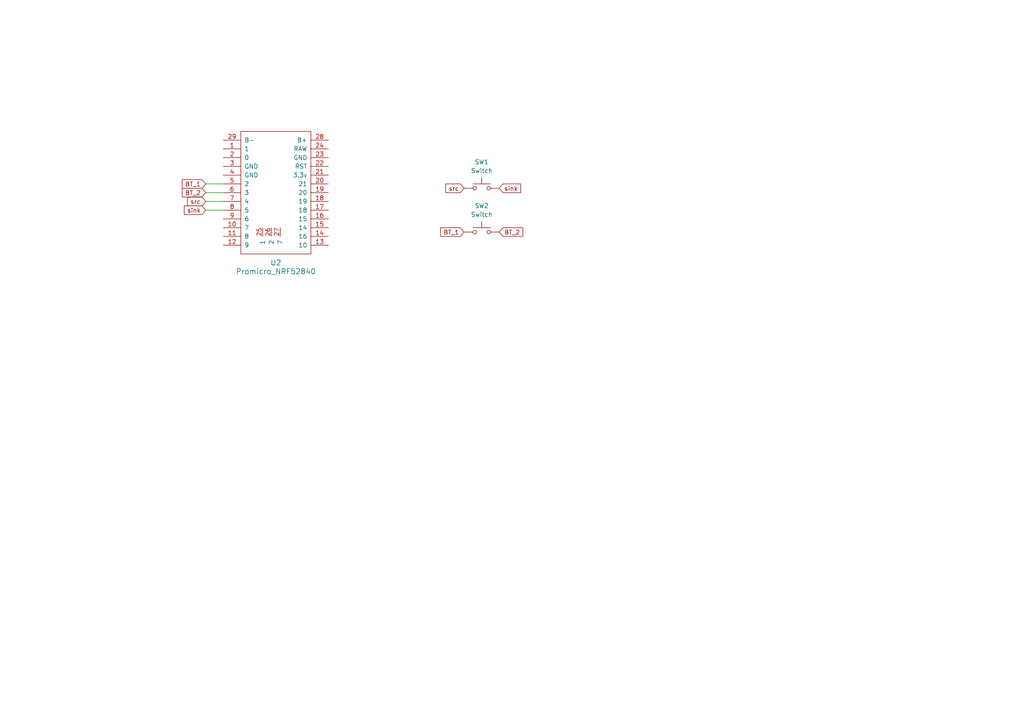
<source format=kicad_sch>
(kicad_sch (version 20250114) (generator "eeschema") (generator_version "9.0")
  (paper "A4")
  (lib_symbols
    (symbol "Lander03xD:MCU_promicro_nrf52840" (pin_names (offset 1.016))
      (property "Reference" "U" (at 0 0 0))
      (property "Value" "Promicro_NRF52840" (at 0 -20.32 0))
      (symbol "MCU_promicro_nrf52840_0_1"
        (rectangle (start -10.16 17.78) (end 10.16 -17.78))
      )
      (symbol "MCU_promicro_nrf52840_1_1"
        (pin input line (at -15.24 15.24 0) (length 5.08) (name "B-") (number "29"))
        (pin input line (at -15.24 12.7 0) (length 5.08) (name "1") (number "1"))
        (pin input line (at -15.24 10.16 0) (length 5.08) (name "0") (number "2"))
        (pin input line (at -15.24 7.62 0) (length 5.08) (name "GND") (number "3"))
        (pin input line (at -15.24 5.08 0) (length 5.08) (name "GND") (number "4"))
        (pin input line (at -15.24 2.54 0) (length 5.08) (name "2") (number "5"))
        (pin input line (at -15.24 0 0) (length 5.08) (name "3") (number "6"))
        (pin input line (at -15.24 -2.54 0) (length 5.08) (name "4") (number "7"))
        (pin input line (at -15.24 -5.08 0) (length 5.08) (name "5") (number "8"))
        (pin input line (at -15.24 -7.62 0) (length 5.08) (name "6") (number "9"))
        (pin input line (at -15.24 -10.16 0) (length 5.08) (name "7") (number "10"))
        (pin input line (at -15.24 -12.7 0) (length 5.08) (name "8") (number "11"))
        (pin input line (at -15.24 -15.24 0) (length 5.08) (name "9") (number "12"))
        (pin input line (at -3.81 -10.16 270) (length 2.5) (name "1") (number "25"))
        (pin input line (at -1.27 -10.16 270) (length 2.5) (name "2") (number "26"))
        (pin input line (at 1.27 -10.16 270) (length 2.5) (name "7") (number "27"))
        (pin input line (at 15.24 15.24 180) (length 5.08) (name "B+") (number "28"))
        (pin input line (at 15.24 12.7 180) (length 5.08) (name "RAW") (number "24"))
        (pin input line (at 15.24 10.16 180) (length 5.08) (name "GND") (number "23"))
        (pin input line (at 15.24 7.62 180) (length 5.08) (name "RST") (number "22"))
        (pin input line (at 15.24 5.08 180) (length 5.08) (name "3.3v") (number "21"))
        (pin input line (at 15.24 2.54 180) (length 5.08) (name "21") (number "20"))
        (pin input line (at 15.24 0 180) (length 5.08) (name "20") (number "19"))
        (pin input line (at 15.24 -2.54 180) (length 5.08) (name "19") (number "18"))
        (pin input line (at 15.24 -5.08 180) (length 5.08) (name "18") (number "17"))
        (pin input line (at 15.24 -7.62 180) (length 5.08) (name "15") (number "16"))
        (pin input line (at 15.24 -10.16 180) (length 5.08) (name "14") (number "15"))
        (pin input line (at 15.24 -12.7 180) (length 5.08) (name "16") (number "14"))
        (pin input line (at 15.24 -15.24 180) (length 5.08) (name "10") (number "13"))
      )
    )
    (symbol "ScottoKeebs:Placeholder_Switch" (pin_numbers (hide yes)) (pin_names (offset 1.016) (hide yes))
      (property "Reference" "SW" (at 1.27 2.54 0))
      (property "Value" "Switch" (at 0 -1.524 0))
      (symbol "Placeholder_Switch_0_1"
        (circle (center -2.032 0) (radius 0.508))
        (polyline (pts (xy 0 1.27) (xy 0 3.048)))
        (circle (center 2.032 0) (radius 0.508))
        (polyline (pts (xy 2.54 1.27) (xy -2.54 1.27)))
        (pin passive line (at -5.08 0 0) (length 2.54) (name "1") (number "1"))
        (pin passive line (at 5.08 0 180) (length 2.54) (name "2") (number "2"))
      )
    )
  )
  (wire (pts (xy 59.69 58.42) (xy 64.77 58.42)))
  (wire (pts (xy 59.69 60.96) (xy 64.77 60.96)))
  (wire (pts (xy 59.69 55.88) (xy 64.77 55.88)))
  (wire (pts (xy 59.69 53.34) (xy 64.77 53.34)))
  (global_label "BT_2" (shape input) (at 59.69 55.88 180) (property "Intersheetrefs" "${INTERSHEET_REFS}" (effects (hide yes))))
  (global_label "BT_1" (shape input) (at 59.69 53.34 180) (property "Intersheetrefs" "${INTERSHEET_REFS}" (effects (hide yes))))
  (global_label "src" (shape input) (at 59.69 58.42 180) (property "Intersheetrefs" "${INTERSHEET_REFS}" (effects (hide yes))))
  (global_label "BT_1" (shape input) (at 134.62 67.31 180) (property "Intersheetrefs" "${INTERSHEET_REFS}" (effects (hide yes))))
  (global_label "sink" (shape input) (at 144.78 54.61 0) (property "Intersheetrefs" "${INTERSHEET_REFS}" (effects (hide yes))))
  (global_label "src" (shape input) (at 134.62 54.61 180) (property "Intersheetrefs" "${INTERSHEET_REFS}" (effects (hide yes))))
  (global_label "BT_2" (shape input) (at 144.78 67.31 0) (property "Intersheetrefs" "${INTERSHEET_REFS}" (effects (hide yes))))
  (global_label "sink" (shape input) (at 59.69 60.96 180) (property "Intersheetrefs" "${INTERSHEET_REFS}" (effects (hide yes))))
  (symbol (lib_id "Lander03xD:MCU_promicro_nrf52840") (at 80.01 55.88 0) (unit 1)
    (property "Reference" "U2" (at 80.01 76.2 0) (effects (font (size 1.524 1.524))))
    (property "Value" "Promicro_NRF52840" (at 80.01 78.74 0) (effects (font (size 1.524 1.524))))
    (property "Footprint" "Lander03xD:Promicro_NRF52840" (effects (hide yes)))
  )
  (symbol (lib_id "ScottoKeebs:Placeholder_Switch") (at 139.7 54.61 0) (unit 1)
    (property "Reference" "SW1" (at 139.7 46.99 0))
    (property "Value" "Switch" (at 139.7 49.53 0))
    (property "Footprint" "ScottoKeebs_Scotto:MX_Hotswap_1.00u" (effects (hide yes)))
    (property "Description" "Push button switch, generic, two pins" (effects (hide yes)))
  )
  (symbol (lib_id "ScottoKeebs:Placeholder_Switch") (at 139.7 67.31 0) (unit 1)
    (property "Reference" "SW2" (at 139.7 59.69 0))
    (property "Value" "Switch" (at 139.7 62.23 0))
    (property "Footprint" "Button_Switch_THT:SW_Tactile_Straight_KSL0Axx1LFTR" (effects (hide yes)))
    (property "Description" "Push button switch, generic, two pins" (effects (hide yes)))
  )
)
</source>
